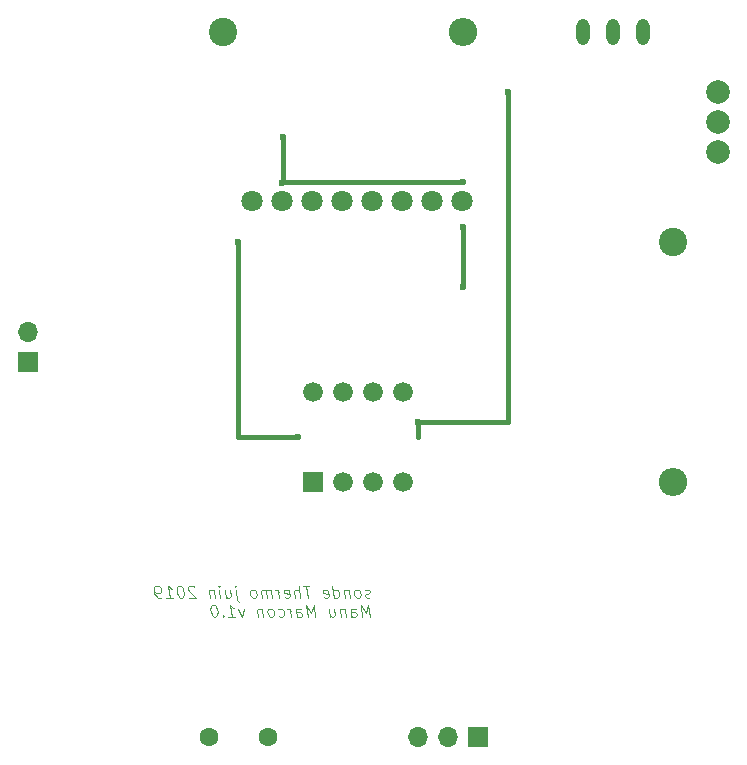
<source format=gbl>
G04 #@! TF.FileFunction,Copper,L2,Bot,Signal*
%FSLAX46Y46*%
G04 Gerber Fmt 4.6, Leading zero omitted, Abs format (unit mm)*
G04 Created by KiCad (PCBNEW 4.0.7) date Sunday 09 February 2020 'à' 15:54:51*
%MOMM*%
%LPD*%
G01*
G04 APERTURE LIST*
%ADD10C,0.100000*%
%ADD11C,2.000000*%
%ADD12C,2.400000*%
%ADD13O,2.400000X2.400000*%
%ADD14R,1.676400X1.676400*%
%ADD15C,1.676400*%
%ADD16R,1.700000X1.700000*%
%ADD17O,1.700000X1.700000*%
%ADD18C,1.600000*%
%ADD19O,1.110000X2.220000*%
%ADD20C,1.800000*%
%ADD21C,0.600000*%
%ADD22C,0.250000*%
%ADD23C,0.400000*%
G04 APERTURE END LIST*
D10*
X88697619Y-73264762D02*
X88608334Y-73312381D01*
X88417858Y-73312381D01*
X88316666Y-73264762D01*
X88257142Y-73169524D01*
X88251190Y-73121905D01*
X88286904Y-73026667D01*
X88376191Y-72979048D01*
X88519048Y-72979048D01*
X88608334Y-72931429D01*
X88644048Y-72836190D01*
X88638095Y-72788571D01*
X88578572Y-72693333D01*
X88477381Y-72645714D01*
X88334524Y-72645714D01*
X88245238Y-72693333D01*
X87703572Y-73312381D02*
X87792857Y-73264762D01*
X87834524Y-73217143D01*
X87870238Y-73121905D01*
X87834524Y-72836190D01*
X87775000Y-72740952D01*
X87721429Y-72693333D01*
X87620238Y-72645714D01*
X87477380Y-72645714D01*
X87388095Y-72693333D01*
X87346428Y-72740952D01*
X87310714Y-72836190D01*
X87346428Y-73121905D01*
X87405952Y-73217143D01*
X87459523Y-73264762D01*
X87560714Y-73312381D01*
X87703572Y-73312381D01*
X86858333Y-72645714D02*
X86941667Y-73312381D01*
X86870238Y-72740952D02*
X86816667Y-72693333D01*
X86715476Y-72645714D01*
X86572618Y-72645714D01*
X86483333Y-72693333D01*
X86447618Y-72788571D01*
X86513095Y-73312381D01*
X85608333Y-73312381D02*
X85483333Y-72312381D01*
X85602380Y-73264762D02*
X85703571Y-73312381D01*
X85894048Y-73312381D01*
X85983333Y-73264762D01*
X86025000Y-73217143D01*
X86060714Y-73121905D01*
X86025000Y-72836190D01*
X85965476Y-72740952D01*
X85911905Y-72693333D01*
X85810714Y-72645714D01*
X85620237Y-72645714D01*
X85530952Y-72693333D01*
X84745237Y-73264762D02*
X84846428Y-73312381D01*
X85036905Y-73312381D01*
X85126190Y-73264762D01*
X85161904Y-73169524D01*
X85114285Y-72788571D01*
X85054762Y-72693333D01*
X84953571Y-72645714D01*
X84763094Y-72645714D01*
X84673809Y-72693333D01*
X84638094Y-72788571D01*
X84649999Y-72883810D01*
X85138095Y-72979048D01*
X83530952Y-72312381D02*
X82959523Y-72312381D01*
X83370238Y-73312381D02*
X83245238Y-72312381D01*
X82751190Y-73312381D02*
X82626190Y-72312381D01*
X82322618Y-73312381D02*
X82257141Y-72788571D01*
X82292856Y-72693333D01*
X82382141Y-72645714D01*
X82524999Y-72645714D01*
X82626190Y-72693333D01*
X82679761Y-72740952D01*
X81459522Y-73264762D02*
X81560713Y-73312381D01*
X81751190Y-73312381D01*
X81840475Y-73264762D01*
X81876189Y-73169524D01*
X81828570Y-72788571D01*
X81769047Y-72693333D01*
X81667856Y-72645714D01*
X81477379Y-72645714D01*
X81388094Y-72693333D01*
X81352379Y-72788571D01*
X81364284Y-72883810D01*
X81852380Y-72979048D01*
X80989285Y-73312381D02*
X80905951Y-72645714D01*
X80929761Y-72836190D02*
X80870237Y-72740952D01*
X80816666Y-72693333D01*
X80715475Y-72645714D01*
X80620236Y-72645714D01*
X80370237Y-73312381D02*
X80286903Y-72645714D01*
X80298808Y-72740952D02*
X80245237Y-72693333D01*
X80144046Y-72645714D01*
X80001188Y-72645714D01*
X79911903Y-72693333D01*
X79876188Y-72788571D01*
X79941665Y-73312381D01*
X79876188Y-72788571D02*
X79816665Y-72693333D01*
X79715474Y-72645714D01*
X79572617Y-72645714D01*
X79483332Y-72693333D01*
X79447617Y-72788571D01*
X79513094Y-73312381D01*
X78894047Y-73312381D02*
X78983332Y-73264762D01*
X79024999Y-73217143D01*
X79060713Y-73121905D01*
X79024999Y-72836190D01*
X78965475Y-72740952D01*
X78911904Y-72693333D01*
X78810713Y-72645714D01*
X78667855Y-72645714D01*
X78578570Y-72693333D01*
X78536903Y-72740952D01*
X78501189Y-72836190D01*
X78536903Y-73121905D01*
X78596427Y-73217143D01*
X78649998Y-73264762D01*
X78751189Y-73312381D01*
X78894047Y-73312381D01*
X77286903Y-72645714D02*
X77394046Y-73502857D01*
X77453570Y-73598095D01*
X77554760Y-73645714D01*
X77602379Y-73645714D01*
X77245237Y-72312381D02*
X77298808Y-72360000D01*
X77257141Y-72407619D01*
X77203570Y-72360000D01*
X77245237Y-72312381D01*
X77257141Y-72407619D01*
X76382141Y-72645714D02*
X76465475Y-73312381D01*
X76810713Y-72645714D02*
X76876189Y-73169524D01*
X76840475Y-73264762D01*
X76751190Y-73312381D01*
X76608332Y-73312381D01*
X76507141Y-73264762D01*
X76453570Y-73217143D01*
X75989285Y-73312381D02*
X75905951Y-72645714D01*
X75864285Y-72312381D02*
X75917856Y-72360000D01*
X75876189Y-72407619D01*
X75822618Y-72360000D01*
X75864285Y-72312381D01*
X75876189Y-72407619D01*
X75429761Y-72645714D02*
X75513095Y-73312381D01*
X75441666Y-72740952D02*
X75388095Y-72693333D01*
X75286904Y-72645714D01*
X75144046Y-72645714D01*
X75054761Y-72693333D01*
X75019046Y-72788571D01*
X75084523Y-73312381D01*
X73780951Y-72407619D02*
X73727380Y-72360000D01*
X73626190Y-72312381D01*
X73388094Y-72312381D01*
X73298808Y-72360000D01*
X73257141Y-72407619D01*
X73221427Y-72502857D01*
X73233332Y-72598095D01*
X73298808Y-72740952D01*
X73941666Y-73312381D01*
X73322618Y-73312381D01*
X72578571Y-72312381D02*
X72483332Y-72312381D01*
X72394046Y-72360000D01*
X72352379Y-72407619D01*
X72316665Y-72502857D01*
X72292856Y-72693333D01*
X72322618Y-72931429D01*
X72394046Y-73121905D01*
X72453570Y-73217143D01*
X72507141Y-73264762D01*
X72608332Y-73312381D01*
X72703571Y-73312381D01*
X72792856Y-73264762D01*
X72834523Y-73217143D01*
X72870237Y-73121905D01*
X72894047Y-72931429D01*
X72864285Y-72693333D01*
X72792856Y-72502857D01*
X72733332Y-72407619D01*
X72679761Y-72360000D01*
X72578571Y-72312381D01*
X71417856Y-73312381D02*
X71989285Y-73312381D01*
X71703571Y-73312381D02*
X71578571Y-72312381D01*
X71691666Y-72455238D01*
X71798808Y-72550476D01*
X71899999Y-72598095D01*
X70941666Y-73312381D02*
X70751190Y-73312381D01*
X70649998Y-73264762D01*
X70596427Y-73217143D01*
X70483332Y-73074286D01*
X70411903Y-72883810D01*
X70364284Y-72502857D01*
X70399998Y-72407619D01*
X70441665Y-72360000D01*
X70530951Y-72312381D01*
X70721428Y-72312381D01*
X70822618Y-72360000D01*
X70876189Y-72407619D01*
X70935713Y-72502857D01*
X70965475Y-72740952D01*
X70929761Y-72836190D01*
X70888094Y-72883810D01*
X70798809Y-72931429D01*
X70608332Y-72931429D01*
X70507141Y-72883810D01*
X70453570Y-72836190D01*
X70394046Y-72740952D01*
X88655953Y-74912381D02*
X88530953Y-73912381D01*
X88286904Y-74626667D01*
X87864286Y-73912381D01*
X87989286Y-74912381D01*
X87084524Y-74912381D02*
X87019047Y-74388571D01*
X87054762Y-74293333D01*
X87144047Y-74245714D01*
X87334524Y-74245714D01*
X87435715Y-74293333D01*
X87078571Y-74864762D02*
X87179762Y-74912381D01*
X87417858Y-74912381D01*
X87507143Y-74864762D01*
X87542857Y-74769524D01*
X87530953Y-74674286D01*
X87471429Y-74579048D01*
X87370239Y-74531429D01*
X87132143Y-74531429D01*
X87030952Y-74483810D01*
X86525000Y-74245714D02*
X86608334Y-74912381D01*
X86536905Y-74340952D02*
X86483334Y-74293333D01*
X86382143Y-74245714D01*
X86239285Y-74245714D01*
X86150000Y-74293333D01*
X86114285Y-74388571D01*
X86179762Y-74912381D01*
X85191666Y-74245714D02*
X85275000Y-74912381D01*
X85620238Y-74245714D02*
X85685714Y-74769524D01*
X85650000Y-74864762D01*
X85560715Y-74912381D01*
X85417857Y-74912381D01*
X85316666Y-74864762D01*
X85263095Y-74817143D01*
X84036905Y-74912381D02*
X83911905Y-73912381D01*
X83667856Y-74626667D01*
X83245238Y-73912381D01*
X83370238Y-74912381D01*
X82465476Y-74912381D02*
X82399999Y-74388571D01*
X82435714Y-74293333D01*
X82524999Y-74245714D01*
X82715476Y-74245714D01*
X82816667Y-74293333D01*
X82459523Y-74864762D02*
X82560714Y-74912381D01*
X82798810Y-74912381D01*
X82888095Y-74864762D01*
X82923809Y-74769524D01*
X82911905Y-74674286D01*
X82852381Y-74579048D01*
X82751191Y-74531429D01*
X82513095Y-74531429D01*
X82411904Y-74483810D01*
X81989286Y-74912381D02*
X81905952Y-74245714D01*
X81929762Y-74436190D02*
X81870238Y-74340952D01*
X81816667Y-74293333D01*
X81715476Y-74245714D01*
X81620237Y-74245714D01*
X80935713Y-74864762D02*
X81036904Y-74912381D01*
X81227381Y-74912381D01*
X81316666Y-74864762D01*
X81358333Y-74817143D01*
X81394047Y-74721905D01*
X81358333Y-74436190D01*
X81298809Y-74340952D01*
X81245238Y-74293333D01*
X81144047Y-74245714D01*
X80953570Y-74245714D01*
X80864285Y-74293333D01*
X80370238Y-74912381D02*
X80459523Y-74864762D01*
X80501190Y-74817143D01*
X80536904Y-74721905D01*
X80501190Y-74436190D01*
X80441666Y-74340952D01*
X80388095Y-74293333D01*
X80286904Y-74245714D01*
X80144046Y-74245714D01*
X80054761Y-74293333D01*
X80013094Y-74340952D01*
X79977380Y-74436190D01*
X80013094Y-74721905D01*
X80072618Y-74817143D01*
X80126189Y-74864762D01*
X80227380Y-74912381D01*
X80370238Y-74912381D01*
X79524999Y-74245714D02*
X79608333Y-74912381D01*
X79536904Y-74340952D02*
X79483333Y-74293333D01*
X79382142Y-74245714D01*
X79239284Y-74245714D01*
X79149999Y-74293333D01*
X79114284Y-74388571D01*
X79179761Y-74912381D01*
X77953570Y-74245714D02*
X77798809Y-74912381D01*
X77477379Y-74245714D01*
X76655951Y-74912381D02*
X77227380Y-74912381D01*
X76941666Y-74912381D02*
X76816666Y-73912381D01*
X76929761Y-74055238D01*
X77036903Y-74150476D01*
X77138094Y-74198095D01*
X76215475Y-74817143D02*
X76173808Y-74864762D01*
X76227380Y-74912381D01*
X76269046Y-74864762D01*
X76215475Y-74817143D01*
X76227380Y-74912381D01*
X75435714Y-73912381D02*
X75340475Y-73912381D01*
X75251189Y-73960000D01*
X75209522Y-74007619D01*
X75173808Y-74102857D01*
X75149999Y-74293333D01*
X75179761Y-74531429D01*
X75251189Y-74721905D01*
X75310713Y-74817143D01*
X75364284Y-74864762D01*
X75465475Y-74912381D01*
X75560714Y-74912381D01*
X75649999Y-74864762D01*
X75691666Y-74817143D01*
X75727380Y-74721905D01*
X75751190Y-74531429D01*
X75721428Y-74293333D01*
X75649999Y-74102857D01*
X75590475Y-74007619D01*
X75536904Y-73960000D01*
X75435714Y-73912381D01*
D11*
X118110000Y-35560000D03*
X118110000Y-33020000D03*
D12*
X76200000Y-25400000D03*
D13*
X96520000Y-25400000D03*
D12*
X114300000Y-43180000D03*
D13*
X114300000Y-63500000D03*
D14*
X83820000Y-63500000D03*
D15*
X86360000Y-63500000D03*
X88900000Y-63500000D03*
X91440000Y-63500000D03*
X91440000Y-55880000D03*
X88900000Y-55880000D03*
X86360000Y-55880000D03*
X83820000Y-55880000D03*
D16*
X59690000Y-53340000D03*
D17*
X59690000Y-50800000D03*
D18*
X75010000Y-85090000D03*
X80010000Y-85090000D03*
D16*
X97790000Y-85090000D03*
D17*
X95250000Y-85090000D03*
X92710000Y-85090000D03*
D19*
X106680000Y-25400000D03*
X109220000Y-25400000D03*
X111760000Y-25400000D03*
D11*
X118110000Y-30480000D03*
D20*
X96450000Y-39750000D03*
X93910000Y-39710000D03*
X91370000Y-39710000D03*
X78670000Y-39710000D03*
X81210000Y-39710000D03*
X88830000Y-39710000D03*
X86290000Y-39710000D03*
X83750000Y-39710000D03*
D21*
X96520000Y-38100000D03*
X96520000Y-46990000D03*
X96520000Y-41910000D03*
X96520000Y-46990000D03*
X81280000Y-34290000D03*
X81210000Y-38170000D03*
X92710000Y-58420000D03*
X100330000Y-30480000D03*
X77470000Y-43180000D03*
X82550000Y-59690000D03*
D22*
X96520000Y-38100000D02*
X96510929Y-38090929D01*
D23*
X96510929Y-38090929D02*
X81289071Y-38090929D01*
D22*
X81289071Y-38090929D02*
X81280000Y-38100000D01*
X81280000Y-38100000D02*
X81210000Y-38170000D01*
D23*
X96520000Y-41910000D02*
X96520000Y-46990000D01*
X81280000Y-34290000D02*
X81280000Y-38100000D01*
X92710000Y-58420000D02*
X92710000Y-59690000D01*
X100330000Y-58420000D02*
X92710000Y-58420000D01*
X100330000Y-30480000D02*
X100330000Y-58420000D01*
X77470000Y-59690000D02*
X77470000Y-43180000D01*
X82550000Y-59690000D02*
X77470000Y-59690000D01*
M02*

</source>
